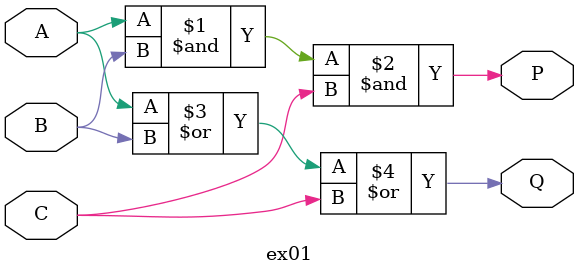
<source format=v>

module ex01(
    input A,
    input B,
    input C,
    output P,
    output Q);

    assign P = (A & B & C);
    assign Q = (A | B | C);

endmodule
</source>
